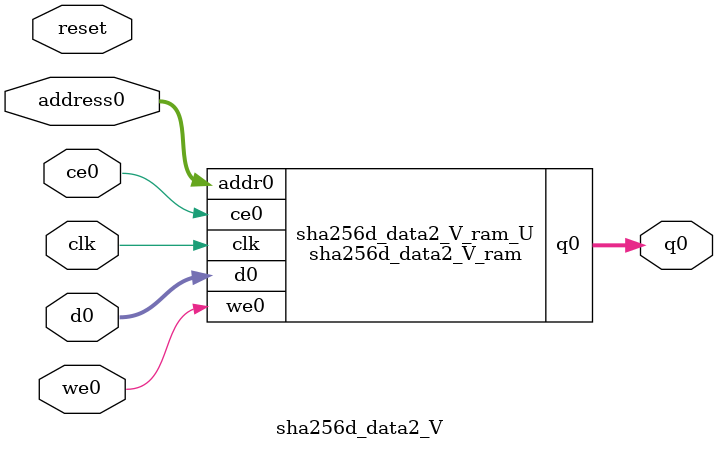
<source format=v>
`timescale 1 ns / 1 ps
module sha256d_data2_V_ram (addr0, ce0, d0, we0, q0,  clk);

parameter DWIDTH = 8;
parameter AWIDTH = 6;
parameter MEM_SIZE = 64;

input[AWIDTH-1:0] addr0;
input ce0;
input[DWIDTH-1:0] d0;
input we0;
output reg[DWIDTH-1:0] q0;
input clk;

(* ram_style = "distributed" *)reg [DWIDTH-1:0] ram[0:MEM_SIZE-1];




always @(posedge clk)  
begin 
    if (ce0) begin
        if (we0) 
            ram[addr0] <= d0; 
        q0 <= ram[addr0];
    end
end


endmodule

`timescale 1 ns / 1 ps
module sha256d_data2_V(
    reset,
    clk,
    address0,
    ce0,
    we0,
    d0,
    q0);

parameter DataWidth = 32'd8;
parameter AddressRange = 32'd64;
parameter AddressWidth = 32'd6;
input reset;
input clk;
input[AddressWidth - 1:0] address0;
input ce0;
input we0;
input[DataWidth - 1:0] d0;
output[DataWidth - 1:0] q0;



sha256d_data2_V_ram sha256d_data2_V_ram_U(
    .clk( clk ),
    .addr0( address0 ),
    .ce0( ce0 ),
    .we0( we0 ),
    .d0( d0 ),
    .q0( q0 ));

endmodule


</source>
